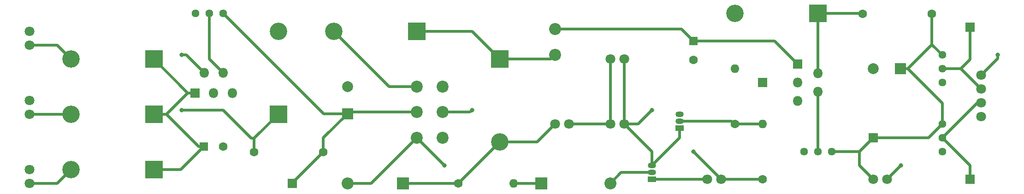
<source format=gbr>
%TF.GenerationSoftware,KiCad,Pcbnew,7.0.10*%
%TF.CreationDate,2025-09-05T15:35:01+01:00*%
%TF.ProjectId,solarCharger,736f6c61-7243-4686-9172-6765722e6b69,rev?*%
%TF.SameCoordinates,Original*%
%TF.FileFunction,Copper,L1,Top*%
%TF.FilePolarity,Positive*%
%FSLAX46Y46*%
G04 Gerber Fmt 4.6, Leading zero omitted, Abs format (unit mm)*
G04 Created by KiCad (PCBNEW 7.0.10) date 2025-09-05 15:35:01*
%MOMM*%
%LPD*%
G01*
G04 APERTURE LIST*
%TA.AperFunction,ComponentPad*%
%ADD10R,3.200000X3.200000*%
%TD*%
%TA.AperFunction,ComponentPad*%
%ADD11O,3.200000X3.200000*%
%TD*%
%TA.AperFunction,ComponentPad*%
%ADD12C,1.600000*%
%TD*%
%TA.AperFunction,ComponentPad*%
%ADD13C,1.800000*%
%TD*%
%TA.AperFunction,ComponentPad*%
%ADD14R,1.600000X1.600000*%
%TD*%
%TA.AperFunction,ComponentPad*%
%ADD15R,1.800000X1.800000*%
%TD*%
%TA.AperFunction,ComponentPad*%
%ADD16O,1.800000X1.800000*%
%TD*%
%TA.AperFunction,ComponentPad*%
%ADD17O,1.600000X1.600000*%
%TD*%
%TA.AperFunction,ComponentPad*%
%ADD18R,1.700000X1.700000*%
%TD*%
%TA.AperFunction,ComponentPad*%
%ADD19R,1.500000X1.050000*%
%TD*%
%TA.AperFunction,ComponentPad*%
%ADD20O,1.500000X1.050000*%
%TD*%
%TA.AperFunction,ComponentPad*%
%ADD21R,2.200000X2.200000*%
%TD*%
%TA.AperFunction,ComponentPad*%
%ADD22O,2.200000X2.200000*%
%TD*%
%TA.AperFunction,ComponentPad*%
%ADD23C,1.440000*%
%TD*%
%TA.AperFunction,ComponentPad*%
%ADD24C,2.200000*%
%TD*%
%TA.AperFunction,ComponentPad*%
%ADD25R,2.000000X2.000000*%
%TD*%
%TA.AperFunction,ComponentPad*%
%ADD26C,2.000000*%
%TD*%
%TA.AperFunction,ViaPad*%
%ADD27C,0.800000*%
%TD*%
%TA.AperFunction,Conductor*%
%ADD28C,0.500000*%
%TD*%
G04 APERTURE END LIST*
D10*
%TO.P,D4,1,K*%
%TO.N,Net-(D3-K)*%
X121920000Y-94740000D03*
D11*
%TO.P,D4,2,A*%
%TO.N,Net-(D4-A)*%
X106680000Y-94740000D03*
%TD*%
D12*
%TO.P,L3,1,1*%
%TO.N,Net-(D6-K)*%
X203849500Y-91503500D03*
%TO.P,L3,2,2*%
%TO.N,Net-(J10-Pin_1)*%
X216549500Y-91503500D03*
%TD*%
D13*
%TO.P,J8,1,Pin_1*%
%TO.N,Net-(D9-A)*%
X50800000Y-97280000D03*
%TO.P,J8,2,Pin_2*%
%TO.N,GND*%
X50800000Y-94740000D03*
%TD*%
D14*
%TO.P,C2,1*%
%TO.N,Net-(SW1-A)*%
X172720000Y-96520000D03*
D12*
%TO.P,C2,2*%
%TO.N,GND*%
X172720000Y-100020000D03*
%TD*%
D13*
%TO.P,J14,1,Pin_1*%
%TO.N,Net-(J1-Pin_1)*%
X149860000Y-111760000D03*
%TO.P,J14,2,Pin_2*%
%TO.N,Net-(D1-K)*%
X147320000Y-111760000D03*
%TD*%
D15*
%TO.P,U1,1,VIN*%
%TO.N,Net-(D7-K)*%
X81260000Y-106060000D03*
D16*
%TO.P,U1,2,OUT*%
%TO.N,Net-(D5-K)*%
X82960000Y-102360000D03*
%TO.P,U1,3,GND*%
%TO.N,GND*%
X84660000Y-106060000D03*
%TO.P,U1,4,FB*%
%TO.N,Net-(U1-FB)*%
X86360000Y-102360000D03*
%TO.P,U1,5,~{ON}/OFF*%
%TO.N,GND*%
X88060000Y-106060000D03*
%TD*%
D12*
%TO.P,R1,1*%
%TO.N,Net-(Q1-B)*%
X180340000Y-111760000D03*
D17*
%TO.P,R1,2*%
%TO.N,GND*%
X180340000Y-101600000D03*
%TD*%
D14*
%TO.P,C5,1*%
%TO.N,Net-(D7-K)*%
X82860000Y-115880000D03*
D12*
%TO.P,C5,2*%
%TO.N,GND*%
X86360000Y-115880000D03*
%TD*%
D10*
%TO.P,D8,1,K*%
%TO.N,Net-(D7-K)*%
X73660000Y-109980000D03*
D11*
%TO.P,D8,2,A*%
%TO.N,Net-(D8-A)*%
X58420000Y-109980000D03*
%TD*%
D10*
%TO.P,D3,1,K*%
%TO.N,Net-(D3-K)*%
X137160000Y-99820000D03*
D11*
%TO.P,D3,2,A*%
%TO.N,Net-(D1-K)*%
X137160000Y-115060000D03*
%TD*%
D10*
%TO.P,D9,1,K*%
%TO.N,Net-(D7-K)*%
X73660000Y-99820000D03*
D11*
%TO.P,D9,2,A*%
%TO.N,Net-(D9-A)*%
X58420000Y-99820000D03*
%TD*%
D18*
%TO.P,J13,1,Pin_1*%
%TO.N,Net-(J13-Pin_1)*%
X223520000Y-93980000D03*
%TD*%
D19*
%TO.P,Q2,1,C*%
%TO.N,Net-(J2-Pin_2)*%
X165100000Y-121920000D03*
D20*
%TO.P,Q2,2,B*%
%TO.N,Net-(D11-A)*%
X165100000Y-120650000D03*
%TO.P,Q2,3,E*%
%TO.N,Net-(J1-Pin_2)*%
X165100000Y-119380000D03*
%TD*%
D12*
%TO.P,R2,1*%
%TO.N,Net-(D1-K)*%
X129540000Y-122680000D03*
D17*
%TO.P,R2,2*%
%TO.N,Net-(D11-K)*%
X139700000Y-122680000D03*
%TD*%
D10*
%TO.P,D5,1,K*%
%TO.N,Net-(D5-K)*%
X96520000Y-109980000D03*
D11*
%TO.P,D5,2,A*%
%TO.N,GND*%
X96520000Y-94740000D03*
%TD*%
D13*
%TO.P,U3,1,Vcc*%
%TO.N,Net-(J5-Pin_1)*%
X225552000Y-102757500D03*
%TO.P,U3,2,D-*%
%TO.N,Net-(J13-Pin_1)*%
X225552000Y-105297500D03*
%TO.P,U3,3,D+*%
%TO.N,Net-(J12-Pin_1)*%
X225552000Y-107837500D03*
%TO.P,U3,4,GND*%
%TO.N,GND*%
X225552000Y-110377500D03*
%TD*%
D21*
%TO.P,D11,1,K*%
%TO.N,Net-(D11-K)*%
X144780000Y-122680000D03*
D22*
%TO.P,D11,2,A*%
%TO.N,Net-(D11-A)*%
X157480000Y-122680000D03*
%TD*%
D10*
%TO.P,D7,1,K*%
%TO.N,Net-(D7-K)*%
X73660000Y-120140000D03*
D11*
%TO.P,D7,2,A*%
%TO.N,Net-(D7-A)*%
X58420000Y-120140000D03*
%TD*%
D23*
%TO.P,RV5,1,1*%
%TO.N,Net-(J4-Pin_1)*%
X86360000Y-91440000D03*
%TO.P,RV5,2,2*%
%TO.N,Net-(U1-FB)*%
X83820000Y-91440000D03*
%TO.P,RV5,3,3*%
%TO.N,GND*%
X81280000Y-91440000D03*
%TD*%
D21*
%TO.P,D1,1,K*%
%TO.N,Net-(D1-K)*%
X119380000Y-122680000D03*
D22*
%TO.P,D1,2,A*%
%TO.N,Net-(D1-A)*%
X109220000Y-122680000D03*
%TD*%
D23*
%TO.P,RV1,1,1*%
%TO.N,Net-(J10-Pin_1)*%
X198120000Y-116840000D03*
%TO.P,RV1,2,2*%
%TO.N,Net-(U2-FB)*%
X195580000Y-116840000D03*
%TO.P,RV1,3,3*%
%TO.N,GND*%
X193040000Y-116840000D03*
%TD*%
D13*
%TO.P,J5,1,Pin_1*%
%TO.N,Net-(J5-Pin_1)*%
X208280000Y-121920000D03*
%TO.P,J5,2,Pin_2*%
%TO.N,Net-(J10-Pin_1)*%
X205740000Y-121920000D03*
%TD*%
D23*
%TO.P,RV2,1,1*%
%TO.N,GND*%
X218440000Y-116840000D03*
%TO.P,RV2,2,2*%
%TO.N,Net-(J12-Pin_1)*%
X218440000Y-114300000D03*
%TO.P,RV2,3,3*%
%TO.N,Net-(J10-Pin_1)*%
X218440000Y-111760000D03*
%TD*%
%TO.P,RV6,1,1*%
%TO.N,GND*%
X218440000Y-104140000D03*
%TO.P,RV6,2,2*%
%TO.N,Net-(J13-Pin_1)*%
X218440000Y-101600000D03*
%TO.P,RV6,3,3*%
%TO.N,Net-(J10-Pin_1)*%
X218440000Y-99060000D03*
%TD*%
D13*
%TO.P,J3,1,Pin_1*%
%TO.N,Net-(J1-Pin_2)*%
X160020000Y-111760000D03*
%TO.P,J3,2,Pin_2*%
%TO.N,Net-(J1-Pin_1)*%
X157480000Y-111760000D03*
%TD*%
D12*
%TO.P,L1,1,1*%
%TO.N,Net-(D5-K)*%
X92089500Y-116903500D03*
%TO.P,L1,2,2*%
%TO.N,Net-(J4-Pin_1)*%
X104789500Y-116903500D03*
%TD*%
D18*
%TO.P,J12,1,Pin_1*%
%TO.N,Net-(J12-Pin_1)*%
X223520000Y-121920000D03*
%TD*%
D13*
%TO.P,J6,1,Pin_1*%
%TO.N,Net-(D7-A)*%
X50800000Y-122680000D03*
%TO.P,J6,2,Pin_2*%
%TO.N,GND*%
X50800000Y-120140000D03*
%TD*%
D12*
%TO.P,R4,1*%
%TO.N,Net-(D1-A)*%
X185420000Y-121920000D03*
D17*
%TO.P,R4,2*%
%TO.N,Net-(Q1-B)*%
X185420000Y-111760000D03*
%TD*%
D19*
%TO.P,Q1,1,C*%
%TO.N,Net-(J1-Pin_2)*%
X170180000Y-112520000D03*
D20*
%TO.P,Q1,2,B*%
%TO.N,Net-(Q1-B)*%
X170180000Y-111250000D03*
%TO.P,Q1,3,E*%
%TO.N,GND*%
X170180000Y-109980000D03*
%TD*%
D24*
%TO.P,SW2,1,A*%
%TO.N,Net-(D4-A)*%
X121920000Y-104900000D03*
%TO.P,SW2,2,B*%
%TO.N,Net-(J4-Pin_1)*%
X121920000Y-109600000D03*
%TO.P,SW2,3,C*%
%TO.N,Net-(D1-A)*%
X121920000Y-114300000D03*
%TO.P,SW2,4,A*%
%TO.N,GND*%
X126720000Y-104900000D03*
%TO.P,SW2,5,B*%
%TO.N,Net-(J1-Pin_2)*%
X126720000Y-109600000D03*
%TO.P,SW2,6,C*%
%TO.N,unconnected-(SW2B-C-Pad6)*%
X126720000Y-114300000D03*
%TD*%
D25*
%TO.P,C1,1*%
%TO.N,Net-(J4-Pin_1)*%
X109220000Y-109900000D03*
D26*
%TO.P,C1,2*%
%TO.N,GND*%
X109220000Y-104900000D03*
%TD*%
D15*
%TO.P,U2,1,VIN*%
%TO.N,Net-(SW1-A)*%
X191880000Y-100740000D03*
D16*
%TO.P,U2,2,OUT*%
%TO.N,Net-(D6-K)*%
X195580000Y-102440000D03*
%TO.P,U2,3,GND*%
%TO.N,GND*%
X191880000Y-104140000D03*
%TO.P,U2,4,FB*%
%TO.N,Net-(U2-FB)*%
X195580000Y-105840000D03*
%TO.P,U2,5,~{ON}/OFF*%
%TO.N,GND*%
X191880000Y-107540000D03*
%TD*%
D25*
%TO.P,C3,1*%
%TO.N,Net-(J10-Pin_1)*%
X210740000Y-101600000D03*
D26*
%TO.P,C3,2*%
%TO.N,GND*%
X205740000Y-101600000D03*
%TD*%
D18*
%TO.P,J4,1,Pin_1*%
%TO.N,Net-(J4-Pin_1)*%
X99060000Y-122680000D03*
%TD*%
D13*
%TO.P,J1,1,Pin_1*%
%TO.N,Net-(J1-Pin_1)*%
X157480000Y-99820000D03*
%TO.P,J1,2,Pin_2*%
%TO.N,Net-(J1-Pin_2)*%
X160020000Y-99820000D03*
%TD*%
D18*
%TO.P,J9,1,Pin_1*%
%TO.N,GND*%
X185420000Y-104140000D03*
%TD*%
D24*
%TO.P,SW1,1,A*%
%TO.N,Net-(SW1-A)*%
X147320000Y-94360000D03*
%TO.P,SW1,2,B*%
%TO.N,Net-(D3-K)*%
X147320000Y-99060000D03*
%TD*%
D10*
%TO.P,D6,1,K*%
%TO.N,Net-(D6-K)*%
X195580000Y-91440000D03*
D11*
%TO.P,D6,2,A*%
%TO.N,GND*%
X180340000Y-91440000D03*
%TD*%
D18*
%TO.P,J10,1,Pin_1*%
%TO.N,Net-(J10-Pin_1)*%
X205740000Y-114300000D03*
%TD*%
D13*
%TO.P,J7,1,Pin_1*%
%TO.N,Net-(D8-A)*%
X50800000Y-109980000D03*
%TO.P,J7,2,Pin_2*%
%TO.N,GND*%
X50800000Y-107440000D03*
%TD*%
%TO.P,J2,1,Pin_1*%
%TO.N,Net-(D1-A)*%
X177800000Y-121920000D03*
%TO.P,J2,2,Pin_2*%
%TO.N,Net-(J2-Pin_2)*%
X175260000Y-121920000D03*
%TD*%
D27*
%TO.N,Net-(D1-A)*%
X172720000Y-116840000D03*
X127000000Y-119380000D03*
%TO.N,Net-(D5-K)*%
X78740000Y-99060000D03*
X78740000Y-109220000D03*
%TO.N,Net-(J1-Pin_2)*%
X132080000Y-109220000D03*
X165100000Y-109220000D03*
%TO.N,Net-(J5-Pin_1)*%
X228600000Y-99060000D03*
X210820000Y-119380000D03*
%TD*%
D28*
%TO.N,Net-(D1-K)*%
X144020000Y-115060000D02*
X137160000Y-115060000D01*
X129540000Y-122680000D02*
X137160000Y-115060000D01*
X147320000Y-111760000D02*
X144020000Y-115060000D01*
X119380000Y-122680000D02*
X129540000Y-122680000D01*
%TO.N,Net-(D1-A)*%
X177800000Y-121920000D02*
X185420000Y-121920000D01*
X121920000Y-114300000D02*
X127000000Y-119380000D01*
X172720000Y-116840000D02*
X177800000Y-121920000D01*
X109220000Y-122680000D02*
X113540000Y-122680000D01*
X113540000Y-122680000D02*
X121920000Y-114300000D01*
%TO.N,Net-(D3-K)*%
X132080000Y-94740000D02*
X137160000Y-99820000D01*
X146560000Y-99820000D02*
X147320000Y-99060000D01*
X137540000Y-99440000D02*
X137160000Y-99820000D01*
X137160000Y-99820000D02*
X146560000Y-99820000D01*
X121920000Y-94740000D02*
X132080000Y-94740000D01*
%TO.N,Net-(D4-A)*%
X121920000Y-104900000D02*
X116840000Y-104900000D01*
X116840000Y-104900000D02*
X106680000Y-94740000D01*
%TO.N,Net-(D5-K)*%
X92089500Y-116903500D02*
X92089500Y-114410500D01*
X82960000Y-102360000D02*
X79660000Y-99060000D01*
X92089500Y-114410500D02*
X96520000Y-109980000D01*
X91550500Y-114410500D02*
X92089500Y-114410500D01*
X86360000Y-109220000D02*
X91550500Y-114410500D01*
X78740000Y-109220000D02*
X86360000Y-109220000D01*
X79660000Y-99060000D02*
X78740000Y-99060000D01*
%TO.N,Net-(D6-K)*%
X195580000Y-102440000D02*
X195580000Y-91440000D01*
X203786000Y-91440000D02*
X203849500Y-91503500D01*
X195580000Y-91440000D02*
X203786000Y-91440000D01*
%TO.N,Net-(D7-K)*%
X73660000Y-109980000D02*
X75980000Y-109980000D01*
X81880000Y-115880000D02*
X75980000Y-109980000D01*
X73660000Y-120140000D02*
X78600000Y-120140000D01*
X79900000Y-106060000D02*
X81260000Y-106060000D01*
X78600000Y-120140000D02*
X82860000Y-115880000D01*
X75980000Y-109980000D02*
X79900000Y-106060000D01*
X73660000Y-99820000D02*
X79900000Y-106060000D01*
X82860000Y-115880000D02*
X81880000Y-115880000D01*
%TO.N,Net-(D7-A)*%
X50800000Y-122680000D02*
X55880000Y-122680000D01*
X55880000Y-122680000D02*
X58420000Y-120140000D01*
%TO.N,Net-(D8-A)*%
X50800000Y-109980000D02*
X58420000Y-109980000D01*
%TO.N,Net-(D9-A)*%
X55880000Y-97280000D02*
X58420000Y-99820000D01*
X50800000Y-97280000D02*
X55880000Y-97280000D01*
%TO.N,Net-(D11-K)*%
X139700000Y-122680000D02*
X144780000Y-122680000D01*
%TO.N,Net-(D11-A)*%
X159510000Y-120650000D02*
X165100000Y-120650000D01*
X157480000Y-122680000D02*
X159510000Y-120650000D01*
%TO.N,Net-(J1-Pin_2)*%
X165100000Y-109220000D02*
X162560000Y-111760000D01*
X160020000Y-111760000D02*
X160020000Y-99820000D01*
X170180000Y-112520000D02*
X170180000Y-114300000D01*
X170180000Y-114300000D02*
X165100000Y-119380000D01*
X160020000Y-111760000D02*
X165100000Y-116840000D01*
X162560000Y-111760000D02*
X160020000Y-111760000D01*
X165100000Y-116840000D02*
X165100000Y-119380000D01*
X126720000Y-109600000D02*
X131700000Y-109600000D01*
X131700000Y-109600000D02*
X132080000Y-109220000D01*
%TO.N,Net-(Q1-B)*%
X185420000Y-111760000D02*
X180340000Y-111760000D01*
X180340000Y-111760000D02*
X179830000Y-111250000D01*
X179830000Y-111250000D02*
X170180000Y-111250000D01*
%TO.N,Net-(J2-Pin_2)*%
X165100000Y-121920000D02*
X175260000Y-121920000D01*
%TO.N,Net-(U1-FB)*%
X83820000Y-99820000D02*
X86360000Y-102360000D01*
X83820000Y-91440000D02*
X83820000Y-99820000D01*
%TO.N,Net-(SW1-A)*%
X172720000Y-96520000D02*
X187660000Y-96520000D01*
X187660000Y-96520000D02*
X191880000Y-100740000D01*
X147320000Y-94360000D02*
X170560000Y-94360000D01*
X170560000Y-94360000D02*
X172720000Y-96520000D01*
%TO.N,Net-(U2-FB)*%
X195580000Y-105840000D02*
X195580000Y-116840000D01*
%TO.N,Net-(J4-Pin_1)*%
X109220000Y-109900000D02*
X104820000Y-109900000D01*
X121920000Y-109600000D02*
X109520000Y-109600000D01*
X104789500Y-116903500D02*
X104789500Y-114330500D01*
X99060000Y-122680000D02*
X99060000Y-122633000D01*
X104820000Y-109900000D02*
X86360000Y-91440000D01*
X104789500Y-114330500D02*
X109220000Y-109900000D01*
X99060000Y-122633000D02*
X104789500Y-116903500D01*
X109520000Y-109600000D02*
X109220000Y-109900000D01*
%TO.N,Net-(J13-Pin_1)*%
X221854500Y-101600000D02*
X225552000Y-105297500D01*
X223520000Y-93980000D02*
X223520000Y-99934500D01*
X223520000Y-99934500D02*
X221854500Y-101600000D01*
X218440000Y-101600000D02*
X221854500Y-101600000D01*
%TO.N,Net-(J1-Pin_1)*%
X157480000Y-111760000D02*
X157480000Y-99820000D01*
X149860000Y-111760000D02*
X157480000Y-111760000D01*
%TO.N,Net-(J5-Pin_1)*%
X228600000Y-99060000D02*
X228600000Y-99709500D01*
X208280000Y-121920000D02*
X210820000Y-119380000D01*
X228600000Y-99709500D02*
X225552000Y-102757500D01*
%TO.N,Net-(J10-Pin_1)*%
X212119000Y-101600000D02*
X216549500Y-97169500D01*
X198120000Y-116840000D02*
X203200000Y-116840000D01*
X203200000Y-119380000D02*
X203200000Y-116840000D01*
X205740000Y-121920000D02*
X203200000Y-119380000D01*
X203200000Y-116840000D02*
X205740000Y-114300000D01*
X218440000Y-107921000D02*
X212119000Y-101600000D01*
X216549500Y-91503500D02*
X216549500Y-97169500D01*
X216549500Y-97169500D02*
X218440000Y-99060000D01*
X215900000Y-114300000D02*
X218440000Y-111760000D01*
X205740000Y-114300000D02*
X215900000Y-114300000D01*
X218440000Y-111760000D02*
X218440000Y-107921000D01*
X210740000Y-101600000D02*
X212119000Y-101600000D01*
%TO.N,Net-(J12-Pin_1)*%
X223520000Y-121920000D02*
X223520000Y-119380000D01*
X224902500Y-107837500D02*
X225552000Y-107837500D01*
X218440000Y-114300000D02*
X224902500Y-107837500D01*
X223520000Y-119380000D02*
X218440000Y-114300000D01*
%TD*%
M02*

</source>
